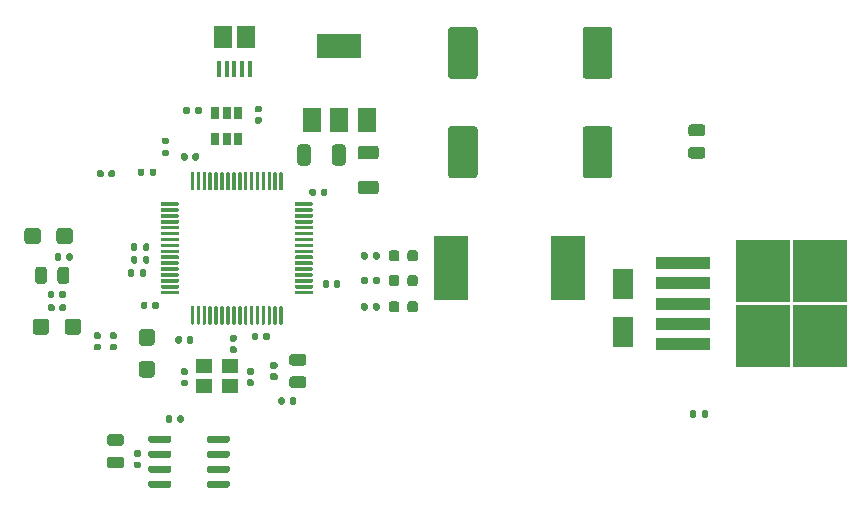
<source format=gbr>
%TF.GenerationSoftware,KiCad,Pcbnew,(5.1.9)-1*%
%TF.CreationDate,2022-08-25T12:46:07+02:00*%
%TF.ProjectId,electric_angle_actuator,656c6563-7472-4696-935f-616e676c655f,rev?*%
%TF.SameCoordinates,Original*%
%TF.FileFunction,Paste,Top*%
%TF.FilePolarity,Positive*%
%FSLAX46Y46*%
G04 Gerber Fmt 4.6, Leading zero omitted, Abs format (unit mm)*
G04 Created by KiCad (PCBNEW (5.1.9)-1) date 2022-08-25 12:46:07*
%MOMM*%
%LPD*%
G01*
G04 APERTURE LIST*
%ADD10R,1.500000X1.900000*%
%ADD11R,0.400000X1.350000*%
%ADD12R,1.500000X2.000000*%
%ADD13R,3.800000X2.000000*%
%ADD14R,4.550000X5.250000*%
%ADD15R,4.600000X1.100000*%
%ADD16R,2.900000X5.400000*%
%ADD17R,1.800000X2.500000*%
%ADD18R,1.400000X1.200000*%
%ADD19R,0.650000X1.060000*%
G04 APERTURE END LIST*
D10*
%TO.C,J1*%
X146643600Y-59976500D03*
D11*
X145643600Y-62676500D03*
X144993600Y-62676500D03*
X144343600Y-62676500D03*
X146943600Y-62676500D03*
X146293600Y-62676500D03*
D10*
X144643600Y-59976500D03*
%TD*%
%TO.C,FB1*%
G36*
G01*
X149143500Y-88075000D02*
X148798500Y-88075000D01*
G75*
G02*
X148651000Y-87927500I0J147500D01*
G01*
X148651000Y-87632500D01*
G75*
G02*
X148798500Y-87485000I147500J0D01*
G01*
X149143500Y-87485000D01*
G75*
G02*
X149291000Y-87632500I0J-147500D01*
G01*
X149291000Y-87927500D01*
G75*
G02*
X149143500Y-88075000I-147500J0D01*
G01*
G37*
G36*
G01*
X149143500Y-89045000D02*
X148798500Y-89045000D01*
G75*
G02*
X148651000Y-88897500I0J147500D01*
G01*
X148651000Y-88602500D01*
G75*
G02*
X148798500Y-88455000I147500J0D01*
G01*
X149143500Y-88455000D01*
G75*
G02*
X149291000Y-88602500I0J-147500D01*
G01*
X149291000Y-88897500D01*
G75*
G02*
X149143500Y-89045000I-147500J0D01*
G01*
G37*
%TD*%
%TO.C,C2*%
G36*
G01*
X185260000Y-68384000D02*
X184310000Y-68384000D01*
G75*
G02*
X184060000Y-68134000I0J250000D01*
G01*
X184060000Y-67634000D01*
G75*
G02*
X184310000Y-67384000I250000J0D01*
G01*
X185260000Y-67384000D01*
G75*
G02*
X185510000Y-67634000I0J-250000D01*
G01*
X185510000Y-68134000D01*
G75*
G02*
X185260000Y-68384000I-250000J0D01*
G01*
G37*
G36*
G01*
X185260000Y-70284000D02*
X184310000Y-70284000D01*
G75*
G02*
X184060000Y-70034000I0J250000D01*
G01*
X184060000Y-69534000D01*
G75*
G02*
X184310000Y-69284000I250000J0D01*
G01*
X185260000Y-69284000D01*
G75*
G02*
X185510000Y-69534000I0J-250000D01*
G01*
X185510000Y-70034000D01*
G75*
G02*
X185260000Y-70284000I-250000J0D01*
G01*
G37*
%TD*%
%TO.C,R2*%
G36*
G01*
X137999500Y-71252500D02*
X137999500Y-71622500D01*
G75*
G02*
X137864500Y-71757500I-135000J0D01*
G01*
X137594500Y-71757500D01*
G75*
G02*
X137459500Y-71622500I0J135000D01*
G01*
X137459500Y-71252500D01*
G75*
G02*
X137594500Y-71117500I135000J0D01*
G01*
X137864500Y-71117500D01*
G75*
G02*
X137999500Y-71252500I0J-135000D01*
G01*
G37*
G36*
G01*
X139019500Y-71252500D02*
X139019500Y-71622500D01*
G75*
G02*
X138884500Y-71757500I-135000J0D01*
G01*
X138614500Y-71757500D01*
G75*
G02*
X138479500Y-71622500I0J135000D01*
G01*
X138479500Y-71252500D01*
G75*
G02*
X138614500Y-71117500I135000J0D01*
G01*
X138884500Y-71117500D01*
G75*
G02*
X139019500Y-71252500I0J-135000D01*
G01*
G37*
%TD*%
%TO.C,R7*%
G36*
G01*
X137131600Y-79774200D02*
X137131600Y-80144200D01*
G75*
G02*
X136996600Y-80279200I-135000J0D01*
G01*
X136726600Y-80279200D01*
G75*
G02*
X136591600Y-80144200I0J135000D01*
G01*
X136591600Y-79774200D01*
G75*
G02*
X136726600Y-79639200I135000J0D01*
G01*
X136996600Y-79639200D01*
G75*
G02*
X137131600Y-79774200I0J-135000D01*
G01*
G37*
G36*
G01*
X138151600Y-79774200D02*
X138151600Y-80144200D01*
G75*
G02*
X138016600Y-80279200I-135000J0D01*
G01*
X137746600Y-80279200D01*
G75*
G02*
X137611600Y-80144200I0J135000D01*
G01*
X137611600Y-79774200D01*
G75*
G02*
X137746600Y-79639200I135000J0D01*
G01*
X138016600Y-79639200D01*
G75*
G02*
X138151600Y-79774200I0J-135000D01*
G01*
G37*
%TD*%
%TO.C,R5*%
G36*
G01*
X137908000Y-79026600D02*
X137908000Y-78656600D01*
G75*
G02*
X138043000Y-78521600I135000J0D01*
G01*
X138313000Y-78521600D01*
G75*
G02*
X138448000Y-78656600I0J-135000D01*
G01*
X138448000Y-79026600D01*
G75*
G02*
X138313000Y-79161600I-135000J0D01*
G01*
X138043000Y-79161600D01*
G75*
G02*
X137908000Y-79026600I0J135000D01*
G01*
G37*
G36*
G01*
X136888000Y-79026600D02*
X136888000Y-78656600D01*
G75*
G02*
X137023000Y-78521600I135000J0D01*
G01*
X137293000Y-78521600D01*
G75*
G02*
X137428000Y-78656600I0J-135000D01*
G01*
X137428000Y-79026600D01*
G75*
G02*
X137293000Y-79161600I-135000J0D01*
G01*
X137023000Y-79161600D01*
G75*
G02*
X136888000Y-79026600I0J135000D01*
G01*
G37*
%TD*%
%TO.C,R4*%
G36*
G01*
X137908000Y-77959800D02*
X137908000Y-77589800D01*
G75*
G02*
X138043000Y-77454800I135000J0D01*
G01*
X138313000Y-77454800D01*
G75*
G02*
X138448000Y-77589800I0J-135000D01*
G01*
X138448000Y-77959800D01*
G75*
G02*
X138313000Y-78094800I-135000J0D01*
G01*
X138043000Y-78094800D01*
G75*
G02*
X137908000Y-77959800I0J135000D01*
G01*
G37*
G36*
G01*
X136888000Y-77959800D02*
X136888000Y-77589800D01*
G75*
G02*
X137023000Y-77454800I135000J0D01*
G01*
X137293000Y-77454800D01*
G75*
G02*
X137428000Y-77589800I0J-135000D01*
G01*
X137428000Y-77959800D01*
G75*
G02*
X137293000Y-78094800I-135000J0D01*
G01*
X137023000Y-78094800D01*
G75*
G02*
X136888000Y-77959800I0J135000D01*
G01*
G37*
%TD*%
%TO.C,R3*%
G36*
G01*
X139616600Y-69531200D02*
X139986600Y-69531200D01*
G75*
G02*
X140121600Y-69666200I0J-135000D01*
G01*
X140121600Y-69936200D01*
G75*
G02*
X139986600Y-70071200I-135000J0D01*
G01*
X139616600Y-70071200D01*
G75*
G02*
X139481600Y-69936200I0J135000D01*
G01*
X139481600Y-69666200D01*
G75*
G02*
X139616600Y-69531200I135000J0D01*
G01*
G37*
G36*
G01*
X139616600Y-68511200D02*
X139986600Y-68511200D01*
G75*
G02*
X140121600Y-68646200I0J-135000D01*
G01*
X140121600Y-68916200D01*
G75*
G02*
X139986600Y-69051200I-135000J0D01*
G01*
X139616600Y-69051200D01*
G75*
G02*
X139481600Y-68916200I0J135000D01*
G01*
X139481600Y-68646200D01*
G75*
G02*
X139616600Y-68511200I135000J0D01*
G01*
G37*
%TD*%
%TO.C,R6*%
G36*
G01*
X142327600Y-66377400D02*
X142327600Y-66007400D01*
G75*
G02*
X142462600Y-65872400I135000J0D01*
G01*
X142732600Y-65872400D01*
G75*
G02*
X142867600Y-66007400I0J-135000D01*
G01*
X142867600Y-66377400D01*
G75*
G02*
X142732600Y-66512400I-135000J0D01*
G01*
X142462600Y-66512400D01*
G75*
G02*
X142327600Y-66377400I0J135000D01*
G01*
G37*
G36*
G01*
X141307600Y-66377400D02*
X141307600Y-66007400D01*
G75*
G02*
X141442600Y-65872400I135000J0D01*
G01*
X141712600Y-65872400D01*
G75*
G02*
X141847600Y-66007400I0J-135000D01*
G01*
X141847600Y-66377400D01*
G75*
G02*
X141712600Y-66512400I-135000J0D01*
G01*
X141442600Y-66512400D01*
G75*
G02*
X141307600Y-66377400I0J135000D01*
G01*
G37*
%TD*%
%TO.C,C5*%
G36*
G01*
X136047500Y-94609500D02*
X135097500Y-94609500D01*
G75*
G02*
X134847500Y-94359500I0J250000D01*
G01*
X134847500Y-93859500D01*
G75*
G02*
X135097500Y-93609500I250000J0D01*
G01*
X136047500Y-93609500D01*
G75*
G02*
X136297500Y-93859500I0J-250000D01*
G01*
X136297500Y-94359500D01*
G75*
G02*
X136047500Y-94609500I-250000J0D01*
G01*
G37*
G36*
G01*
X136047500Y-96509500D02*
X135097500Y-96509500D01*
G75*
G02*
X134847500Y-96259500I0J250000D01*
G01*
X134847500Y-95759500D01*
G75*
G02*
X135097500Y-95509500I250000J0D01*
G01*
X136047500Y-95509500D01*
G75*
G02*
X136297500Y-95759500I0J-250000D01*
G01*
X136297500Y-96259500D01*
G75*
G02*
X136047500Y-96509500I-250000J0D01*
G01*
G37*
%TD*%
%TO.C,C3*%
G36*
G01*
X137244000Y-95930000D02*
X137584000Y-95930000D01*
G75*
G02*
X137724000Y-96070000I0J-140000D01*
G01*
X137724000Y-96350000D01*
G75*
G02*
X137584000Y-96490000I-140000J0D01*
G01*
X137244000Y-96490000D01*
G75*
G02*
X137104000Y-96350000I0J140000D01*
G01*
X137104000Y-96070000D01*
G75*
G02*
X137244000Y-95930000I140000J0D01*
G01*
G37*
G36*
G01*
X137244000Y-94970000D02*
X137584000Y-94970000D01*
G75*
G02*
X137724000Y-95110000I0J-140000D01*
G01*
X137724000Y-95390000D01*
G75*
G02*
X137584000Y-95530000I-140000J0D01*
G01*
X137244000Y-95530000D01*
G75*
G02*
X137104000Y-95390000I0J140000D01*
G01*
X137104000Y-95110000D01*
G75*
G02*
X137244000Y-94970000I140000J0D01*
G01*
G37*
%TD*%
%TO.C,C1*%
G36*
G01*
X140389000Y-92159000D02*
X140389000Y-92499000D01*
G75*
G02*
X140249000Y-92639000I-140000J0D01*
G01*
X139969000Y-92639000D01*
G75*
G02*
X139829000Y-92499000I0J140000D01*
G01*
X139829000Y-92159000D01*
G75*
G02*
X139969000Y-92019000I140000J0D01*
G01*
X140249000Y-92019000D01*
G75*
G02*
X140389000Y-92159000I0J-140000D01*
G01*
G37*
G36*
G01*
X141349000Y-92159000D02*
X141349000Y-92499000D01*
G75*
G02*
X141209000Y-92639000I-140000J0D01*
G01*
X140929000Y-92639000D01*
G75*
G02*
X140789000Y-92499000I0J140000D01*
G01*
X140789000Y-92159000D01*
G75*
G02*
X140929000Y-92019000I140000J0D01*
G01*
X141209000Y-92019000D01*
G75*
G02*
X141349000Y-92159000I0J-140000D01*
G01*
G37*
%TD*%
D12*
%TO.C,U5*%
X152233600Y-67031000D03*
X156833600Y-67031000D03*
X154533600Y-67031000D03*
D13*
X154533600Y-60731000D03*
%TD*%
%TO.C,C17*%
G36*
G01*
X153909600Y-70627001D02*
X153909600Y-69326999D01*
G75*
G02*
X154159599Y-69077000I249999J0D01*
G01*
X154809601Y-69077000D01*
G75*
G02*
X155059600Y-69326999I0J-249999D01*
G01*
X155059600Y-70627001D01*
G75*
G02*
X154809601Y-70877000I-249999J0D01*
G01*
X154159599Y-70877000D01*
G75*
G02*
X153909600Y-70627001I0J249999D01*
G01*
G37*
G36*
G01*
X150959600Y-70627001D02*
X150959600Y-69326999D01*
G75*
G02*
X151209599Y-69077000I249999J0D01*
G01*
X151859601Y-69077000D01*
G75*
G02*
X152109600Y-69326999I0J-249999D01*
G01*
X152109600Y-70627001D01*
G75*
G02*
X151859601Y-70877000I-249999J0D01*
G01*
X151209599Y-70877000D01*
G75*
G02*
X150959600Y-70627001I0J249999D01*
G01*
G37*
%TD*%
%TO.C,C16*%
G36*
G01*
X157622001Y-73297000D02*
X156321999Y-73297000D01*
G75*
G02*
X156072000Y-73047001I0J249999D01*
G01*
X156072000Y-72396999D01*
G75*
G02*
X156321999Y-72147000I249999J0D01*
G01*
X157622001Y-72147000D01*
G75*
G02*
X157872000Y-72396999I0J-249999D01*
G01*
X157872000Y-73047001D01*
G75*
G02*
X157622001Y-73297000I-249999J0D01*
G01*
G37*
G36*
G01*
X157622001Y-70347000D02*
X156321999Y-70347000D01*
G75*
G02*
X156072000Y-70097001I0J249999D01*
G01*
X156072000Y-69446999D01*
G75*
G02*
X156321999Y-69197000I249999J0D01*
G01*
X157622001Y-69197000D01*
G75*
G02*
X157872000Y-69446999I0J-249999D01*
G01*
X157872000Y-70097001D01*
G75*
G02*
X157622001Y-70347000I-249999J0D01*
G01*
G37*
%TD*%
%TO.C,C18*%
G36*
G01*
X147834000Y-66361800D02*
X147494000Y-66361800D01*
G75*
G02*
X147354000Y-66221800I0J140000D01*
G01*
X147354000Y-65941800D01*
G75*
G02*
X147494000Y-65801800I140000J0D01*
G01*
X147834000Y-65801800D01*
G75*
G02*
X147974000Y-65941800I0J-140000D01*
G01*
X147974000Y-66221800D01*
G75*
G02*
X147834000Y-66361800I-140000J0D01*
G01*
G37*
G36*
G01*
X147834000Y-67321800D02*
X147494000Y-67321800D01*
G75*
G02*
X147354000Y-67181800I0J140000D01*
G01*
X147354000Y-66901800D01*
G75*
G02*
X147494000Y-66761800I140000J0D01*
G01*
X147834000Y-66761800D01*
G75*
G02*
X147974000Y-66901800I0J-140000D01*
G01*
X147974000Y-67181800D01*
G75*
G02*
X147834000Y-67321800I-140000J0D01*
G01*
G37*
%TD*%
D14*
%TO.C,U2*%
X190361000Y-85325000D03*
X195211000Y-79775000D03*
X190361000Y-79775000D03*
X195211000Y-85325000D03*
D15*
X183636000Y-85950000D03*
X183636000Y-84250000D03*
X183636000Y-82550000D03*
X183636000Y-80850000D03*
X183636000Y-79150000D03*
%TD*%
D16*
%TO.C,L1*%
X163960000Y-79502000D03*
X173860000Y-79502000D03*
%TD*%
D17*
%TO.C,D1*%
X178562000Y-84931000D03*
X178562000Y-80931000D03*
%TD*%
%TO.C,C13*%
G36*
G01*
X165973000Y-63532000D02*
X163973000Y-63532000D01*
G75*
G02*
X163723000Y-63282000I0J250000D01*
G01*
X163723000Y-59382000D01*
G75*
G02*
X163973000Y-59132000I250000J0D01*
G01*
X165973000Y-59132000D01*
G75*
G02*
X166223000Y-59382000I0J-250000D01*
G01*
X166223000Y-63282000D01*
G75*
G02*
X165973000Y-63532000I-250000J0D01*
G01*
G37*
G36*
G01*
X165973000Y-71932000D02*
X163973000Y-71932000D01*
G75*
G02*
X163723000Y-71682000I0J250000D01*
G01*
X163723000Y-67782000D01*
G75*
G02*
X163973000Y-67532000I250000J0D01*
G01*
X165973000Y-67532000D01*
G75*
G02*
X166223000Y-67782000I0J-250000D01*
G01*
X166223000Y-71682000D01*
G75*
G02*
X165973000Y-71932000I-250000J0D01*
G01*
G37*
%TD*%
%TO.C,C4*%
G36*
G01*
X177390000Y-63532000D02*
X175390000Y-63532000D01*
G75*
G02*
X175140000Y-63282000I0J250000D01*
G01*
X175140000Y-59382000D01*
G75*
G02*
X175390000Y-59132000I250000J0D01*
G01*
X177390000Y-59132000D01*
G75*
G02*
X177640000Y-59382000I0J-250000D01*
G01*
X177640000Y-63282000D01*
G75*
G02*
X177390000Y-63532000I-250000J0D01*
G01*
G37*
G36*
G01*
X177390000Y-71932000D02*
X175390000Y-71932000D01*
G75*
G02*
X175140000Y-71682000I0J250000D01*
G01*
X175140000Y-67782000D01*
G75*
G02*
X175390000Y-67532000I250000J0D01*
G01*
X177390000Y-67532000D01*
G75*
G02*
X177640000Y-67782000I0J-250000D01*
G01*
X177640000Y-71682000D01*
G75*
G02*
X177390000Y-71932000I-250000J0D01*
G01*
G37*
%TD*%
%TO.C,R1*%
G36*
G01*
X184735500Y-91699500D02*
X184735500Y-92069500D01*
G75*
G02*
X184600500Y-92204500I-135000J0D01*
G01*
X184330500Y-92204500D01*
G75*
G02*
X184195500Y-92069500I0J135000D01*
G01*
X184195500Y-91699500D01*
G75*
G02*
X184330500Y-91564500I135000J0D01*
G01*
X184600500Y-91564500D01*
G75*
G02*
X184735500Y-91699500I0J-135000D01*
G01*
G37*
G36*
G01*
X185755500Y-91699500D02*
X185755500Y-92069500D01*
G75*
G02*
X185620500Y-92204500I-135000J0D01*
G01*
X185350500Y-92204500D01*
G75*
G02*
X185215500Y-92069500I0J135000D01*
G01*
X185215500Y-91699500D01*
G75*
G02*
X185350500Y-91564500I135000J0D01*
G01*
X185620500Y-91564500D01*
G75*
G02*
X185755500Y-91699500I0J-135000D01*
G01*
G37*
%TD*%
%TO.C,C23*%
G36*
G01*
X146819800Y-88970400D02*
X147159800Y-88970400D01*
G75*
G02*
X147299800Y-89110400I0J-140000D01*
G01*
X147299800Y-89390400D01*
G75*
G02*
X147159800Y-89530400I-140000J0D01*
G01*
X146819800Y-89530400D01*
G75*
G02*
X146679800Y-89390400I0J140000D01*
G01*
X146679800Y-89110400D01*
G75*
G02*
X146819800Y-88970400I140000J0D01*
G01*
G37*
G36*
G01*
X146819800Y-88010400D02*
X147159800Y-88010400D01*
G75*
G02*
X147299800Y-88150400I0J-140000D01*
G01*
X147299800Y-88430400D01*
G75*
G02*
X147159800Y-88570400I-140000J0D01*
G01*
X146819800Y-88570400D01*
G75*
G02*
X146679800Y-88430400I0J140000D01*
G01*
X146679800Y-88150400D01*
G75*
G02*
X146819800Y-88010400I140000J0D01*
G01*
G37*
%TD*%
%TO.C,C21*%
G36*
G01*
X141571800Y-88598400D02*
X141231800Y-88598400D01*
G75*
G02*
X141091800Y-88458400I0J140000D01*
G01*
X141091800Y-88178400D01*
G75*
G02*
X141231800Y-88038400I140000J0D01*
G01*
X141571800Y-88038400D01*
G75*
G02*
X141711800Y-88178400I0J-140000D01*
G01*
X141711800Y-88458400D01*
G75*
G02*
X141571800Y-88598400I-140000J0D01*
G01*
G37*
G36*
G01*
X141571800Y-89558400D02*
X141231800Y-89558400D01*
G75*
G02*
X141091800Y-89418400I0J140000D01*
G01*
X141091800Y-89138400D01*
G75*
G02*
X141231800Y-88998400I140000J0D01*
G01*
X141571800Y-88998400D01*
G75*
G02*
X141711800Y-89138400I0J-140000D01*
G01*
X141711800Y-89418400D01*
G75*
G02*
X141571800Y-89558400I-140000J0D01*
G01*
G37*
%TD*%
%TO.C,C30*%
G36*
G01*
X149914000Y-90635000D02*
X149914000Y-90975000D01*
G75*
G02*
X149774000Y-91115000I-140000J0D01*
G01*
X149494000Y-91115000D01*
G75*
G02*
X149354000Y-90975000I0J140000D01*
G01*
X149354000Y-90635000D01*
G75*
G02*
X149494000Y-90495000I140000J0D01*
G01*
X149774000Y-90495000D01*
G75*
G02*
X149914000Y-90635000I0J-140000D01*
G01*
G37*
G36*
G01*
X150874000Y-90635000D02*
X150874000Y-90975000D01*
G75*
G02*
X150734000Y-91115000I-140000J0D01*
G01*
X150454000Y-91115000D01*
G75*
G02*
X150314000Y-90975000I0J140000D01*
G01*
X150314000Y-90635000D01*
G75*
G02*
X150454000Y-90495000I140000J0D01*
G01*
X150734000Y-90495000D01*
G75*
G02*
X150874000Y-90635000I0J-140000D01*
G01*
G37*
%TD*%
%TO.C,C29*%
G36*
G01*
X148056000Y-85514000D02*
X148056000Y-85174000D01*
G75*
G02*
X148196000Y-85034000I140000J0D01*
G01*
X148476000Y-85034000D01*
G75*
G02*
X148616000Y-85174000I0J-140000D01*
G01*
X148616000Y-85514000D01*
G75*
G02*
X148476000Y-85654000I-140000J0D01*
G01*
X148196000Y-85654000D01*
G75*
G02*
X148056000Y-85514000I0J140000D01*
G01*
G37*
G36*
G01*
X147096000Y-85514000D02*
X147096000Y-85174000D01*
G75*
G02*
X147236000Y-85034000I140000J0D01*
G01*
X147516000Y-85034000D01*
G75*
G02*
X147656000Y-85174000I0J-140000D01*
G01*
X147656000Y-85514000D01*
G75*
G02*
X147516000Y-85654000I-140000J0D01*
G01*
X147236000Y-85654000D01*
G75*
G02*
X147096000Y-85514000I0J140000D01*
G01*
G37*
%TD*%
%TO.C,C27*%
G36*
G01*
X141601800Y-85793400D02*
X141601800Y-85453400D01*
G75*
G02*
X141741800Y-85313400I140000J0D01*
G01*
X142021800Y-85313400D01*
G75*
G02*
X142161800Y-85453400I0J-140000D01*
G01*
X142161800Y-85793400D01*
G75*
G02*
X142021800Y-85933400I-140000J0D01*
G01*
X141741800Y-85933400D01*
G75*
G02*
X141601800Y-85793400I0J140000D01*
G01*
G37*
G36*
G01*
X140641800Y-85793400D02*
X140641800Y-85453400D01*
G75*
G02*
X140781800Y-85313400I140000J0D01*
G01*
X141061800Y-85313400D01*
G75*
G02*
X141201800Y-85453400I0J-140000D01*
G01*
X141201800Y-85793400D01*
G75*
G02*
X141061800Y-85933400I-140000J0D01*
G01*
X140781800Y-85933400D01*
G75*
G02*
X140641800Y-85793400I0J140000D01*
G01*
G37*
%TD*%
%TO.C,C26*%
G36*
G01*
X153660500Y-80729000D02*
X153660500Y-81069000D01*
G75*
G02*
X153520500Y-81209000I-140000J0D01*
G01*
X153240500Y-81209000D01*
G75*
G02*
X153100500Y-81069000I0J140000D01*
G01*
X153100500Y-80729000D01*
G75*
G02*
X153240500Y-80589000I140000J0D01*
G01*
X153520500Y-80589000D01*
G75*
G02*
X153660500Y-80729000I0J-140000D01*
G01*
G37*
G36*
G01*
X154620500Y-80729000D02*
X154620500Y-81069000D01*
G75*
G02*
X154480500Y-81209000I-140000J0D01*
G01*
X154200500Y-81209000D01*
G75*
G02*
X154060500Y-81069000I0J140000D01*
G01*
X154060500Y-80729000D01*
G75*
G02*
X154200500Y-80589000I140000J0D01*
G01*
X154480500Y-80589000D01*
G75*
G02*
X154620500Y-80729000I0J-140000D01*
G01*
G37*
%TD*%
%TO.C,C25*%
G36*
G01*
X145712000Y-85779000D02*
X145372000Y-85779000D01*
G75*
G02*
X145232000Y-85639000I0J140000D01*
G01*
X145232000Y-85359000D01*
G75*
G02*
X145372000Y-85219000I140000J0D01*
G01*
X145712000Y-85219000D01*
G75*
G02*
X145852000Y-85359000I0J-140000D01*
G01*
X145852000Y-85639000D01*
G75*
G02*
X145712000Y-85779000I-140000J0D01*
G01*
G37*
G36*
G01*
X145712000Y-86739000D02*
X145372000Y-86739000D01*
G75*
G02*
X145232000Y-86599000I0J140000D01*
G01*
X145232000Y-86319000D01*
G75*
G02*
X145372000Y-86179000I140000J0D01*
G01*
X145712000Y-86179000D01*
G75*
G02*
X145852000Y-86319000I0J-140000D01*
G01*
X145852000Y-86599000D01*
G75*
G02*
X145712000Y-86739000I-140000J0D01*
G01*
G37*
%TD*%
%TO.C,C24*%
G36*
G01*
X152555600Y-72956600D02*
X152555600Y-73296600D01*
G75*
G02*
X152415600Y-73436600I-140000J0D01*
G01*
X152135600Y-73436600D01*
G75*
G02*
X151995600Y-73296600I0J140000D01*
G01*
X151995600Y-72956600D01*
G75*
G02*
X152135600Y-72816600I140000J0D01*
G01*
X152415600Y-72816600D01*
G75*
G02*
X152555600Y-72956600I0J-140000D01*
G01*
G37*
G36*
G01*
X153515600Y-72956600D02*
X153515600Y-73296600D01*
G75*
G02*
X153375600Y-73436600I-140000J0D01*
G01*
X153095600Y-73436600D01*
G75*
G02*
X152955600Y-73296600I0J140000D01*
G01*
X152955600Y-72956600D01*
G75*
G02*
X153095600Y-72816600I140000J0D01*
G01*
X153375600Y-72816600D01*
G75*
G02*
X153515600Y-72956600I0J-140000D01*
G01*
G37*
%TD*%
%TO.C,C22*%
G36*
G01*
X141681800Y-69959400D02*
X141681800Y-70299400D01*
G75*
G02*
X141541800Y-70439400I-140000J0D01*
G01*
X141261800Y-70439400D01*
G75*
G02*
X141121800Y-70299400I0J140000D01*
G01*
X141121800Y-69959400D01*
G75*
G02*
X141261800Y-69819400I140000J0D01*
G01*
X141541800Y-69819400D01*
G75*
G02*
X141681800Y-69959400I0J-140000D01*
G01*
G37*
G36*
G01*
X142641800Y-69959400D02*
X142641800Y-70299400D01*
G75*
G02*
X142501800Y-70439400I-140000J0D01*
G01*
X142221800Y-70439400D01*
G75*
G02*
X142081800Y-70299400I0J140000D01*
G01*
X142081800Y-69959400D01*
G75*
G02*
X142221800Y-69819400I140000J0D01*
G01*
X142501800Y-69819400D01*
G75*
G02*
X142641800Y-69959400I0J-140000D01*
G01*
G37*
%TD*%
%TO.C,C20*%
G36*
G01*
X138680800Y-82872400D02*
X138680800Y-82532400D01*
G75*
G02*
X138820800Y-82392400I140000J0D01*
G01*
X139100800Y-82392400D01*
G75*
G02*
X139240800Y-82532400I0J-140000D01*
G01*
X139240800Y-82872400D01*
G75*
G02*
X139100800Y-83012400I-140000J0D01*
G01*
X138820800Y-83012400D01*
G75*
G02*
X138680800Y-82872400I0J140000D01*
G01*
G37*
G36*
G01*
X137720800Y-82872400D02*
X137720800Y-82532400D01*
G75*
G02*
X137860800Y-82392400I140000J0D01*
G01*
X138140800Y-82392400D01*
G75*
G02*
X138280800Y-82532400I0J-140000D01*
G01*
X138280800Y-82872400D01*
G75*
G02*
X138140800Y-83012400I-140000J0D01*
G01*
X137860800Y-83012400D01*
G75*
G02*
X137720800Y-82872400I0J140000D01*
G01*
G37*
%TD*%
%TO.C,C14*%
G36*
G01*
X130820000Y-83080000D02*
X130820000Y-82740000D01*
G75*
G02*
X130960000Y-82600000I140000J0D01*
G01*
X131240000Y-82600000D01*
G75*
G02*
X131380000Y-82740000I0J-140000D01*
G01*
X131380000Y-83080000D01*
G75*
G02*
X131240000Y-83220000I-140000J0D01*
G01*
X130960000Y-83220000D01*
G75*
G02*
X130820000Y-83080000I0J140000D01*
G01*
G37*
G36*
G01*
X129860000Y-83080000D02*
X129860000Y-82740000D01*
G75*
G02*
X130000000Y-82600000I140000J0D01*
G01*
X130280000Y-82600000D01*
G75*
G02*
X130420000Y-82740000I0J-140000D01*
G01*
X130420000Y-83080000D01*
G75*
G02*
X130280000Y-83220000I-140000J0D01*
G01*
X130000000Y-83220000D01*
G75*
G02*
X129860000Y-83080000I0J140000D01*
G01*
G37*
%TD*%
%TO.C,C12*%
G36*
G01*
X134570000Y-71390000D02*
X134570000Y-71730000D01*
G75*
G02*
X134430000Y-71870000I-140000J0D01*
G01*
X134150000Y-71870000D01*
G75*
G02*
X134010000Y-71730000I0J140000D01*
G01*
X134010000Y-71390000D01*
G75*
G02*
X134150000Y-71250000I140000J0D01*
G01*
X134430000Y-71250000D01*
G75*
G02*
X134570000Y-71390000I0J-140000D01*
G01*
G37*
G36*
G01*
X135530000Y-71390000D02*
X135530000Y-71730000D01*
G75*
G02*
X135390000Y-71870000I-140000J0D01*
G01*
X135110000Y-71870000D01*
G75*
G02*
X134970000Y-71730000I0J140000D01*
G01*
X134970000Y-71390000D01*
G75*
G02*
X135110000Y-71250000I140000J0D01*
G01*
X135390000Y-71250000D01*
G75*
G02*
X135530000Y-71390000I0J-140000D01*
G01*
G37*
%TD*%
%TO.C,C9*%
G36*
G01*
X133870000Y-85960000D02*
X134210000Y-85960000D01*
G75*
G02*
X134350000Y-86100000I0J-140000D01*
G01*
X134350000Y-86380000D01*
G75*
G02*
X134210000Y-86520000I-140000J0D01*
G01*
X133870000Y-86520000D01*
G75*
G02*
X133730000Y-86380000I0J140000D01*
G01*
X133730000Y-86100000D01*
G75*
G02*
X133870000Y-85960000I140000J0D01*
G01*
G37*
G36*
G01*
X133870000Y-85000000D02*
X134210000Y-85000000D01*
G75*
G02*
X134350000Y-85140000I0J-140000D01*
G01*
X134350000Y-85420000D01*
G75*
G02*
X134210000Y-85560000I-140000J0D01*
G01*
X133870000Y-85560000D01*
G75*
G02*
X133730000Y-85420000I0J140000D01*
G01*
X133730000Y-85140000D01*
G75*
G02*
X133870000Y-85000000I140000J0D01*
G01*
G37*
%TD*%
%TO.C,C8*%
G36*
G01*
X130790000Y-81960000D02*
X130790000Y-81620000D01*
G75*
G02*
X130930000Y-81480000I140000J0D01*
G01*
X131210000Y-81480000D01*
G75*
G02*
X131350000Y-81620000I0J-140000D01*
G01*
X131350000Y-81960000D01*
G75*
G02*
X131210000Y-82100000I-140000J0D01*
G01*
X130930000Y-82100000D01*
G75*
G02*
X130790000Y-81960000I0J140000D01*
G01*
G37*
G36*
G01*
X129830000Y-81960000D02*
X129830000Y-81620000D01*
G75*
G02*
X129970000Y-81480000I140000J0D01*
G01*
X130250000Y-81480000D01*
G75*
G02*
X130390000Y-81620000I0J-140000D01*
G01*
X130390000Y-81960000D01*
G75*
G02*
X130250000Y-82100000I-140000J0D01*
G01*
X129970000Y-82100000D01*
G75*
G02*
X129830000Y-81960000I0J140000D01*
G01*
G37*
%TD*%
%TO.C,C7*%
G36*
G01*
X131388400Y-78776600D02*
X131388400Y-78436600D01*
G75*
G02*
X131528400Y-78296600I140000J0D01*
G01*
X131808400Y-78296600D01*
G75*
G02*
X131948400Y-78436600I0J-140000D01*
G01*
X131948400Y-78776600D01*
G75*
G02*
X131808400Y-78916600I-140000J0D01*
G01*
X131528400Y-78916600D01*
G75*
G02*
X131388400Y-78776600I0J140000D01*
G01*
G37*
G36*
G01*
X130428400Y-78776600D02*
X130428400Y-78436600D01*
G75*
G02*
X130568400Y-78296600I140000J0D01*
G01*
X130848400Y-78296600D01*
G75*
G02*
X130988400Y-78436600I0J-140000D01*
G01*
X130988400Y-78776600D01*
G75*
G02*
X130848400Y-78916600I-140000J0D01*
G01*
X130568400Y-78916600D01*
G75*
G02*
X130428400Y-78776600I0J140000D01*
G01*
G37*
%TD*%
%TO.C,C6*%
G36*
G01*
X135210000Y-85960000D02*
X135550000Y-85960000D01*
G75*
G02*
X135690000Y-86100000I0J-140000D01*
G01*
X135690000Y-86380000D01*
G75*
G02*
X135550000Y-86520000I-140000J0D01*
G01*
X135210000Y-86520000D01*
G75*
G02*
X135070000Y-86380000I0J140000D01*
G01*
X135070000Y-86100000D01*
G75*
G02*
X135210000Y-85960000I140000J0D01*
G01*
G37*
G36*
G01*
X135210000Y-85000000D02*
X135550000Y-85000000D01*
G75*
G02*
X135690000Y-85140000I0J-140000D01*
G01*
X135690000Y-85420000D01*
G75*
G02*
X135550000Y-85560000I-140000J0D01*
G01*
X135210000Y-85560000D01*
G75*
G02*
X135070000Y-85420000I0J140000D01*
G01*
X135070000Y-85140000D01*
G75*
G02*
X135210000Y-85000000I140000J0D01*
G01*
G37*
%TD*%
D18*
%TO.C,Y1*%
X143052800Y-87860400D03*
X145252800Y-87860400D03*
X145252800Y-89560400D03*
X143052800Y-89560400D03*
%TD*%
D19*
%TO.C,U4*%
X144983200Y-66438600D03*
X144033200Y-66438600D03*
X145933200Y-66438600D03*
X145933200Y-68638600D03*
X144983200Y-68638600D03*
X144033200Y-68638600D03*
%TD*%
%TO.C,U1*%
G36*
G01*
X143308200Y-94180800D02*
X143308200Y-93880800D01*
G75*
G02*
X143458200Y-93730800I150000J0D01*
G01*
X145108200Y-93730800D01*
G75*
G02*
X145258200Y-93880800I0J-150000D01*
G01*
X145258200Y-94180800D01*
G75*
G02*
X145108200Y-94330800I-150000J0D01*
G01*
X143458200Y-94330800D01*
G75*
G02*
X143308200Y-94180800I0J150000D01*
G01*
G37*
G36*
G01*
X143308200Y-95450800D02*
X143308200Y-95150800D01*
G75*
G02*
X143458200Y-95000800I150000J0D01*
G01*
X145108200Y-95000800D01*
G75*
G02*
X145258200Y-95150800I0J-150000D01*
G01*
X145258200Y-95450800D01*
G75*
G02*
X145108200Y-95600800I-150000J0D01*
G01*
X143458200Y-95600800D01*
G75*
G02*
X143308200Y-95450800I0J150000D01*
G01*
G37*
G36*
G01*
X143308200Y-96720800D02*
X143308200Y-96420800D01*
G75*
G02*
X143458200Y-96270800I150000J0D01*
G01*
X145108200Y-96270800D01*
G75*
G02*
X145258200Y-96420800I0J-150000D01*
G01*
X145258200Y-96720800D01*
G75*
G02*
X145108200Y-96870800I-150000J0D01*
G01*
X143458200Y-96870800D01*
G75*
G02*
X143308200Y-96720800I0J150000D01*
G01*
G37*
G36*
G01*
X143308200Y-97990800D02*
X143308200Y-97690800D01*
G75*
G02*
X143458200Y-97540800I150000J0D01*
G01*
X145108200Y-97540800D01*
G75*
G02*
X145258200Y-97690800I0J-150000D01*
G01*
X145258200Y-97990800D01*
G75*
G02*
X145108200Y-98140800I-150000J0D01*
G01*
X143458200Y-98140800D01*
G75*
G02*
X143308200Y-97990800I0J150000D01*
G01*
G37*
G36*
G01*
X138358200Y-97990800D02*
X138358200Y-97690800D01*
G75*
G02*
X138508200Y-97540800I150000J0D01*
G01*
X140158200Y-97540800D01*
G75*
G02*
X140308200Y-97690800I0J-150000D01*
G01*
X140308200Y-97990800D01*
G75*
G02*
X140158200Y-98140800I-150000J0D01*
G01*
X138508200Y-98140800D01*
G75*
G02*
X138358200Y-97990800I0J150000D01*
G01*
G37*
G36*
G01*
X138358200Y-96720800D02*
X138358200Y-96420800D01*
G75*
G02*
X138508200Y-96270800I150000J0D01*
G01*
X140158200Y-96270800D01*
G75*
G02*
X140308200Y-96420800I0J-150000D01*
G01*
X140308200Y-96720800D01*
G75*
G02*
X140158200Y-96870800I-150000J0D01*
G01*
X138508200Y-96870800D01*
G75*
G02*
X138358200Y-96720800I0J150000D01*
G01*
G37*
G36*
G01*
X138358200Y-95450800D02*
X138358200Y-95150800D01*
G75*
G02*
X138508200Y-95000800I150000J0D01*
G01*
X140158200Y-95000800D01*
G75*
G02*
X140308200Y-95150800I0J-150000D01*
G01*
X140308200Y-95450800D01*
G75*
G02*
X140158200Y-95600800I-150000J0D01*
G01*
X138508200Y-95600800D01*
G75*
G02*
X138358200Y-95450800I0J150000D01*
G01*
G37*
G36*
G01*
X138358200Y-94180800D02*
X138358200Y-93880800D01*
G75*
G02*
X138508200Y-93730800I150000J0D01*
G01*
X140158200Y-93730800D01*
G75*
G02*
X140308200Y-93880800I0J-150000D01*
G01*
X140308200Y-94180800D01*
G75*
G02*
X140158200Y-94330800I-150000J0D01*
G01*
X138508200Y-94330800D01*
G75*
G02*
X138358200Y-94180800I0J150000D01*
G01*
G37*
%TD*%
%TO.C,U6*%
G36*
G01*
X140871800Y-81776400D02*
X139471800Y-81776400D01*
G75*
G02*
X139396800Y-81701400I0J75000D01*
G01*
X139396800Y-81551400D01*
G75*
G02*
X139471800Y-81476400I75000J0D01*
G01*
X140871800Y-81476400D01*
G75*
G02*
X140946800Y-81551400I0J-75000D01*
G01*
X140946800Y-81701400D01*
G75*
G02*
X140871800Y-81776400I-75000J0D01*
G01*
G37*
G36*
G01*
X140871800Y-81276400D02*
X139471800Y-81276400D01*
G75*
G02*
X139396800Y-81201400I0J75000D01*
G01*
X139396800Y-81051400D01*
G75*
G02*
X139471800Y-80976400I75000J0D01*
G01*
X140871800Y-80976400D01*
G75*
G02*
X140946800Y-81051400I0J-75000D01*
G01*
X140946800Y-81201400D01*
G75*
G02*
X140871800Y-81276400I-75000J0D01*
G01*
G37*
G36*
G01*
X140871800Y-80776400D02*
X139471800Y-80776400D01*
G75*
G02*
X139396800Y-80701400I0J75000D01*
G01*
X139396800Y-80551400D01*
G75*
G02*
X139471800Y-80476400I75000J0D01*
G01*
X140871800Y-80476400D01*
G75*
G02*
X140946800Y-80551400I0J-75000D01*
G01*
X140946800Y-80701400D01*
G75*
G02*
X140871800Y-80776400I-75000J0D01*
G01*
G37*
G36*
G01*
X140871800Y-80276400D02*
X139471800Y-80276400D01*
G75*
G02*
X139396800Y-80201400I0J75000D01*
G01*
X139396800Y-80051400D01*
G75*
G02*
X139471800Y-79976400I75000J0D01*
G01*
X140871800Y-79976400D01*
G75*
G02*
X140946800Y-80051400I0J-75000D01*
G01*
X140946800Y-80201400D01*
G75*
G02*
X140871800Y-80276400I-75000J0D01*
G01*
G37*
G36*
G01*
X140871800Y-79776400D02*
X139471800Y-79776400D01*
G75*
G02*
X139396800Y-79701400I0J75000D01*
G01*
X139396800Y-79551400D01*
G75*
G02*
X139471800Y-79476400I75000J0D01*
G01*
X140871800Y-79476400D01*
G75*
G02*
X140946800Y-79551400I0J-75000D01*
G01*
X140946800Y-79701400D01*
G75*
G02*
X140871800Y-79776400I-75000J0D01*
G01*
G37*
G36*
G01*
X140871800Y-79276400D02*
X139471800Y-79276400D01*
G75*
G02*
X139396800Y-79201400I0J75000D01*
G01*
X139396800Y-79051400D01*
G75*
G02*
X139471800Y-78976400I75000J0D01*
G01*
X140871800Y-78976400D01*
G75*
G02*
X140946800Y-79051400I0J-75000D01*
G01*
X140946800Y-79201400D01*
G75*
G02*
X140871800Y-79276400I-75000J0D01*
G01*
G37*
G36*
G01*
X140871800Y-78776400D02*
X139471800Y-78776400D01*
G75*
G02*
X139396800Y-78701400I0J75000D01*
G01*
X139396800Y-78551400D01*
G75*
G02*
X139471800Y-78476400I75000J0D01*
G01*
X140871800Y-78476400D01*
G75*
G02*
X140946800Y-78551400I0J-75000D01*
G01*
X140946800Y-78701400D01*
G75*
G02*
X140871800Y-78776400I-75000J0D01*
G01*
G37*
G36*
G01*
X140871800Y-78276400D02*
X139471800Y-78276400D01*
G75*
G02*
X139396800Y-78201400I0J75000D01*
G01*
X139396800Y-78051400D01*
G75*
G02*
X139471800Y-77976400I75000J0D01*
G01*
X140871800Y-77976400D01*
G75*
G02*
X140946800Y-78051400I0J-75000D01*
G01*
X140946800Y-78201400D01*
G75*
G02*
X140871800Y-78276400I-75000J0D01*
G01*
G37*
G36*
G01*
X140871800Y-77776400D02*
X139471800Y-77776400D01*
G75*
G02*
X139396800Y-77701400I0J75000D01*
G01*
X139396800Y-77551400D01*
G75*
G02*
X139471800Y-77476400I75000J0D01*
G01*
X140871800Y-77476400D01*
G75*
G02*
X140946800Y-77551400I0J-75000D01*
G01*
X140946800Y-77701400D01*
G75*
G02*
X140871800Y-77776400I-75000J0D01*
G01*
G37*
G36*
G01*
X140871800Y-77276400D02*
X139471800Y-77276400D01*
G75*
G02*
X139396800Y-77201400I0J75000D01*
G01*
X139396800Y-77051400D01*
G75*
G02*
X139471800Y-76976400I75000J0D01*
G01*
X140871800Y-76976400D01*
G75*
G02*
X140946800Y-77051400I0J-75000D01*
G01*
X140946800Y-77201400D01*
G75*
G02*
X140871800Y-77276400I-75000J0D01*
G01*
G37*
G36*
G01*
X140871800Y-76776400D02*
X139471800Y-76776400D01*
G75*
G02*
X139396800Y-76701400I0J75000D01*
G01*
X139396800Y-76551400D01*
G75*
G02*
X139471800Y-76476400I75000J0D01*
G01*
X140871800Y-76476400D01*
G75*
G02*
X140946800Y-76551400I0J-75000D01*
G01*
X140946800Y-76701400D01*
G75*
G02*
X140871800Y-76776400I-75000J0D01*
G01*
G37*
G36*
G01*
X140871800Y-76276400D02*
X139471800Y-76276400D01*
G75*
G02*
X139396800Y-76201400I0J75000D01*
G01*
X139396800Y-76051400D01*
G75*
G02*
X139471800Y-75976400I75000J0D01*
G01*
X140871800Y-75976400D01*
G75*
G02*
X140946800Y-76051400I0J-75000D01*
G01*
X140946800Y-76201400D01*
G75*
G02*
X140871800Y-76276400I-75000J0D01*
G01*
G37*
G36*
G01*
X140871800Y-75776400D02*
X139471800Y-75776400D01*
G75*
G02*
X139396800Y-75701400I0J75000D01*
G01*
X139396800Y-75551400D01*
G75*
G02*
X139471800Y-75476400I75000J0D01*
G01*
X140871800Y-75476400D01*
G75*
G02*
X140946800Y-75551400I0J-75000D01*
G01*
X140946800Y-75701400D01*
G75*
G02*
X140871800Y-75776400I-75000J0D01*
G01*
G37*
G36*
G01*
X140871800Y-75276400D02*
X139471800Y-75276400D01*
G75*
G02*
X139396800Y-75201400I0J75000D01*
G01*
X139396800Y-75051400D01*
G75*
G02*
X139471800Y-74976400I75000J0D01*
G01*
X140871800Y-74976400D01*
G75*
G02*
X140946800Y-75051400I0J-75000D01*
G01*
X140946800Y-75201400D01*
G75*
G02*
X140871800Y-75276400I-75000J0D01*
G01*
G37*
G36*
G01*
X140871800Y-74776400D02*
X139471800Y-74776400D01*
G75*
G02*
X139396800Y-74701400I0J75000D01*
G01*
X139396800Y-74551400D01*
G75*
G02*
X139471800Y-74476400I75000J0D01*
G01*
X140871800Y-74476400D01*
G75*
G02*
X140946800Y-74551400I0J-75000D01*
G01*
X140946800Y-74701400D01*
G75*
G02*
X140871800Y-74776400I-75000J0D01*
G01*
G37*
G36*
G01*
X140871800Y-74276400D02*
X139471800Y-74276400D01*
G75*
G02*
X139396800Y-74201400I0J75000D01*
G01*
X139396800Y-74051400D01*
G75*
G02*
X139471800Y-73976400I75000J0D01*
G01*
X140871800Y-73976400D01*
G75*
G02*
X140946800Y-74051400I0J-75000D01*
G01*
X140946800Y-74201400D01*
G75*
G02*
X140871800Y-74276400I-75000J0D01*
G01*
G37*
G36*
G01*
X142171800Y-72976400D02*
X142021800Y-72976400D01*
G75*
G02*
X141946800Y-72901400I0J75000D01*
G01*
X141946800Y-71501400D01*
G75*
G02*
X142021800Y-71426400I75000J0D01*
G01*
X142171800Y-71426400D01*
G75*
G02*
X142246800Y-71501400I0J-75000D01*
G01*
X142246800Y-72901400D01*
G75*
G02*
X142171800Y-72976400I-75000J0D01*
G01*
G37*
G36*
G01*
X142671800Y-72976400D02*
X142521800Y-72976400D01*
G75*
G02*
X142446800Y-72901400I0J75000D01*
G01*
X142446800Y-71501400D01*
G75*
G02*
X142521800Y-71426400I75000J0D01*
G01*
X142671800Y-71426400D01*
G75*
G02*
X142746800Y-71501400I0J-75000D01*
G01*
X142746800Y-72901400D01*
G75*
G02*
X142671800Y-72976400I-75000J0D01*
G01*
G37*
G36*
G01*
X143171800Y-72976400D02*
X143021800Y-72976400D01*
G75*
G02*
X142946800Y-72901400I0J75000D01*
G01*
X142946800Y-71501400D01*
G75*
G02*
X143021800Y-71426400I75000J0D01*
G01*
X143171800Y-71426400D01*
G75*
G02*
X143246800Y-71501400I0J-75000D01*
G01*
X143246800Y-72901400D01*
G75*
G02*
X143171800Y-72976400I-75000J0D01*
G01*
G37*
G36*
G01*
X143671800Y-72976400D02*
X143521800Y-72976400D01*
G75*
G02*
X143446800Y-72901400I0J75000D01*
G01*
X143446800Y-71501400D01*
G75*
G02*
X143521800Y-71426400I75000J0D01*
G01*
X143671800Y-71426400D01*
G75*
G02*
X143746800Y-71501400I0J-75000D01*
G01*
X143746800Y-72901400D01*
G75*
G02*
X143671800Y-72976400I-75000J0D01*
G01*
G37*
G36*
G01*
X144171800Y-72976400D02*
X144021800Y-72976400D01*
G75*
G02*
X143946800Y-72901400I0J75000D01*
G01*
X143946800Y-71501400D01*
G75*
G02*
X144021800Y-71426400I75000J0D01*
G01*
X144171800Y-71426400D01*
G75*
G02*
X144246800Y-71501400I0J-75000D01*
G01*
X144246800Y-72901400D01*
G75*
G02*
X144171800Y-72976400I-75000J0D01*
G01*
G37*
G36*
G01*
X144671800Y-72976400D02*
X144521800Y-72976400D01*
G75*
G02*
X144446800Y-72901400I0J75000D01*
G01*
X144446800Y-71501400D01*
G75*
G02*
X144521800Y-71426400I75000J0D01*
G01*
X144671800Y-71426400D01*
G75*
G02*
X144746800Y-71501400I0J-75000D01*
G01*
X144746800Y-72901400D01*
G75*
G02*
X144671800Y-72976400I-75000J0D01*
G01*
G37*
G36*
G01*
X145171800Y-72976400D02*
X145021800Y-72976400D01*
G75*
G02*
X144946800Y-72901400I0J75000D01*
G01*
X144946800Y-71501400D01*
G75*
G02*
X145021800Y-71426400I75000J0D01*
G01*
X145171800Y-71426400D01*
G75*
G02*
X145246800Y-71501400I0J-75000D01*
G01*
X145246800Y-72901400D01*
G75*
G02*
X145171800Y-72976400I-75000J0D01*
G01*
G37*
G36*
G01*
X145671800Y-72976400D02*
X145521800Y-72976400D01*
G75*
G02*
X145446800Y-72901400I0J75000D01*
G01*
X145446800Y-71501400D01*
G75*
G02*
X145521800Y-71426400I75000J0D01*
G01*
X145671800Y-71426400D01*
G75*
G02*
X145746800Y-71501400I0J-75000D01*
G01*
X145746800Y-72901400D01*
G75*
G02*
X145671800Y-72976400I-75000J0D01*
G01*
G37*
G36*
G01*
X146171800Y-72976400D02*
X146021800Y-72976400D01*
G75*
G02*
X145946800Y-72901400I0J75000D01*
G01*
X145946800Y-71501400D01*
G75*
G02*
X146021800Y-71426400I75000J0D01*
G01*
X146171800Y-71426400D01*
G75*
G02*
X146246800Y-71501400I0J-75000D01*
G01*
X146246800Y-72901400D01*
G75*
G02*
X146171800Y-72976400I-75000J0D01*
G01*
G37*
G36*
G01*
X146671800Y-72976400D02*
X146521800Y-72976400D01*
G75*
G02*
X146446800Y-72901400I0J75000D01*
G01*
X146446800Y-71501400D01*
G75*
G02*
X146521800Y-71426400I75000J0D01*
G01*
X146671800Y-71426400D01*
G75*
G02*
X146746800Y-71501400I0J-75000D01*
G01*
X146746800Y-72901400D01*
G75*
G02*
X146671800Y-72976400I-75000J0D01*
G01*
G37*
G36*
G01*
X147171800Y-72976400D02*
X147021800Y-72976400D01*
G75*
G02*
X146946800Y-72901400I0J75000D01*
G01*
X146946800Y-71501400D01*
G75*
G02*
X147021800Y-71426400I75000J0D01*
G01*
X147171800Y-71426400D01*
G75*
G02*
X147246800Y-71501400I0J-75000D01*
G01*
X147246800Y-72901400D01*
G75*
G02*
X147171800Y-72976400I-75000J0D01*
G01*
G37*
G36*
G01*
X147671800Y-72976400D02*
X147521800Y-72976400D01*
G75*
G02*
X147446800Y-72901400I0J75000D01*
G01*
X147446800Y-71501400D01*
G75*
G02*
X147521800Y-71426400I75000J0D01*
G01*
X147671800Y-71426400D01*
G75*
G02*
X147746800Y-71501400I0J-75000D01*
G01*
X147746800Y-72901400D01*
G75*
G02*
X147671800Y-72976400I-75000J0D01*
G01*
G37*
G36*
G01*
X148171800Y-72976400D02*
X148021800Y-72976400D01*
G75*
G02*
X147946800Y-72901400I0J75000D01*
G01*
X147946800Y-71501400D01*
G75*
G02*
X148021800Y-71426400I75000J0D01*
G01*
X148171800Y-71426400D01*
G75*
G02*
X148246800Y-71501400I0J-75000D01*
G01*
X148246800Y-72901400D01*
G75*
G02*
X148171800Y-72976400I-75000J0D01*
G01*
G37*
G36*
G01*
X148671800Y-72976400D02*
X148521800Y-72976400D01*
G75*
G02*
X148446800Y-72901400I0J75000D01*
G01*
X148446800Y-71501400D01*
G75*
G02*
X148521800Y-71426400I75000J0D01*
G01*
X148671800Y-71426400D01*
G75*
G02*
X148746800Y-71501400I0J-75000D01*
G01*
X148746800Y-72901400D01*
G75*
G02*
X148671800Y-72976400I-75000J0D01*
G01*
G37*
G36*
G01*
X149171800Y-72976400D02*
X149021800Y-72976400D01*
G75*
G02*
X148946800Y-72901400I0J75000D01*
G01*
X148946800Y-71501400D01*
G75*
G02*
X149021800Y-71426400I75000J0D01*
G01*
X149171800Y-71426400D01*
G75*
G02*
X149246800Y-71501400I0J-75000D01*
G01*
X149246800Y-72901400D01*
G75*
G02*
X149171800Y-72976400I-75000J0D01*
G01*
G37*
G36*
G01*
X149671800Y-72976400D02*
X149521800Y-72976400D01*
G75*
G02*
X149446800Y-72901400I0J75000D01*
G01*
X149446800Y-71501400D01*
G75*
G02*
X149521800Y-71426400I75000J0D01*
G01*
X149671800Y-71426400D01*
G75*
G02*
X149746800Y-71501400I0J-75000D01*
G01*
X149746800Y-72901400D01*
G75*
G02*
X149671800Y-72976400I-75000J0D01*
G01*
G37*
G36*
G01*
X152221800Y-74276400D02*
X150821800Y-74276400D01*
G75*
G02*
X150746800Y-74201400I0J75000D01*
G01*
X150746800Y-74051400D01*
G75*
G02*
X150821800Y-73976400I75000J0D01*
G01*
X152221800Y-73976400D01*
G75*
G02*
X152296800Y-74051400I0J-75000D01*
G01*
X152296800Y-74201400D01*
G75*
G02*
X152221800Y-74276400I-75000J0D01*
G01*
G37*
G36*
G01*
X152221800Y-74776400D02*
X150821800Y-74776400D01*
G75*
G02*
X150746800Y-74701400I0J75000D01*
G01*
X150746800Y-74551400D01*
G75*
G02*
X150821800Y-74476400I75000J0D01*
G01*
X152221800Y-74476400D01*
G75*
G02*
X152296800Y-74551400I0J-75000D01*
G01*
X152296800Y-74701400D01*
G75*
G02*
X152221800Y-74776400I-75000J0D01*
G01*
G37*
G36*
G01*
X152221800Y-75276400D02*
X150821800Y-75276400D01*
G75*
G02*
X150746800Y-75201400I0J75000D01*
G01*
X150746800Y-75051400D01*
G75*
G02*
X150821800Y-74976400I75000J0D01*
G01*
X152221800Y-74976400D01*
G75*
G02*
X152296800Y-75051400I0J-75000D01*
G01*
X152296800Y-75201400D01*
G75*
G02*
X152221800Y-75276400I-75000J0D01*
G01*
G37*
G36*
G01*
X152221800Y-75776400D02*
X150821800Y-75776400D01*
G75*
G02*
X150746800Y-75701400I0J75000D01*
G01*
X150746800Y-75551400D01*
G75*
G02*
X150821800Y-75476400I75000J0D01*
G01*
X152221800Y-75476400D01*
G75*
G02*
X152296800Y-75551400I0J-75000D01*
G01*
X152296800Y-75701400D01*
G75*
G02*
X152221800Y-75776400I-75000J0D01*
G01*
G37*
G36*
G01*
X152221800Y-76276400D02*
X150821800Y-76276400D01*
G75*
G02*
X150746800Y-76201400I0J75000D01*
G01*
X150746800Y-76051400D01*
G75*
G02*
X150821800Y-75976400I75000J0D01*
G01*
X152221800Y-75976400D01*
G75*
G02*
X152296800Y-76051400I0J-75000D01*
G01*
X152296800Y-76201400D01*
G75*
G02*
X152221800Y-76276400I-75000J0D01*
G01*
G37*
G36*
G01*
X152221800Y-76776400D02*
X150821800Y-76776400D01*
G75*
G02*
X150746800Y-76701400I0J75000D01*
G01*
X150746800Y-76551400D01*
G75*
G02*
X150821800Y-76476400I75000J0D01*
G01*
X152221800Y-76476400D01*
G75*
G02*
X152296800Y-76551400I0J-75000D01*
G01*
X152296800Y-76701400D01*
G75*
G02*
X152221800Y-76776400I-75000J0D01*
G01*
G37*
G36*
G01*
X152221800Y-77276400D02*
X150821800Y-77276400D01*
G75*
G02*
X150746800Y-77201400I0J75000D01*
G01*
X150746800Y-77051400D01*
G75*
G02*
X150821800Y-76976400I75000J0D01*
G01*
X152221800Y-76976400D01*
G75*
G02*
X152296800Y-77051400I0J-75000D01*
G01*
X152296800Y-77201400D01*
G75*
G02*
X152221800Y-77276400I-75000J0D01*
G01*
G37*
G36*
G01*
X152221800Y-77776400D02*
X150821800Y-77776400D01*
G75*
G02*
X150746800Y-77701400I0J75000D01*
G01*
X150746800Y-77551400D01*
G75*
G02*
X150821800Y-77476400I75000J0D01*
G01*
X152221800Y-77476400D01*
G75*
G02*
X152296800Y-77551400I0J-75000D01*
G01*
X152296800Y-77701400D01*
G75*
G02*
X152221800Y-77776400I-75000J0D01*
G01*
G37*
G36*
G01*
X152221800Y-78276400D02*
X150821800Y-78276400D01*
G75*
G02*
X150746800Y-78201400I0J75000D01*
G01*
X150746800Y-78051400D01*
G75*
G02*
X150821800Y-77976400I75000J0D01*
G01*
X152221800Y-77976400D01*
G75*
G02*
X152296800Y-78051400I0J-75000D01*
G01*
X152296800Y-78201400D01*
G75*
G02*
X152221800Y-78276400I-75000J0D01*
G01*
G37*
G36*
G01*
X152221800Y-78776400D02*
X150821800Y-78776400D01*
G75*
G02*
X150746800Y-78701400I0J75000D01*
G01*
X150746800Y-78551400D01*
G75*
G02*
X150821800Y-78476400I75000J0D01*
G01*
X152221800Y-78476400D01*
G75*
G02*
X152296800Y-78551400I0J-75000D01*
G01*
X152296800Y-78701400D01*
G75*
G02*
X152221800Y-78776400I-75000J0D01*
G01*
G37*
G36*
G01*
X152221800Y-79276400D02*
X150821800Y-79276400D01*
G75*
G02*
X150746800Y-79201400I0J75000D01*
G01*
X150746800Y-79051400D01*
G75*
G02*
X150821800Y-78976400I75000J0D01*
G01*
X152221800Y-78976400D01*
G75*
G02*
X152296800Y-79051400I0J-75000D01*
G01*
X152296800Y-79201400D01*
G75*
G02*
X152221800Y-79276400I-75000J0D01*
G01*
G37*
G36*
G01*
X152221800Y-79776400D02*
X150821800Y-79776400D01*
G75*
G02*
X150746800Y-79701400I0J75000D01*
G01*
X150746800Y-79551400D01*
G75*
G02*
X150821800Y-79476400I75000J0D01*
G01*
X152221800Y-79476400D01*
G75*
G02*
X152296800Y-79551400I0J-75000D01*
G01*
X152296800Y-79701400D01*
G75*
G02*
X152221800Y-79776400I-75000J0D01*
G01*
G37*
G36*
G01*
X152221800Y-80276400D02*
X150821800Y-80276400D01*
G75*
G02*
X150746800Y-80201400I0J75000D01*
G01*
X150746800Y-80051400D01*
G75*
G02*
X150821800Y-79976400I75000J0D01*
G01*
X152221800Y-79976400D01*
G75*
G02*
X152296800Y-80051400I0J-75000D01*
G01*
X152296800Y-80201400D01*
G75*
G02*
X152221800Y-80276400I-75000J0D01*
G01*
G37*
G36*
G01*
X152221800Y-80776400D02*
X150821800Y-80776400D01*
G75*
G02*
X150746800Y-80701400I0J75000D01*
G01*
X150746800Y-80551400D01*
G75*
G02*
X150821800Y-80476400I75000J0D01*
G01*
X152221800Y-80476400D01*
G75*
G02*
X152296800Y-80551400I0J-75000D01*
G01*
X152296800Y-80701400D01*
G75*
G02*
X152221800Y-80776400I-75000J0D01*
G01*
G37*
G36*
G01*
X152221800Y-81276400D02*
X150821800Y-81276400D01*
G75*
G02*
X150746800Y-81201400I0J75000D01*
G01*
X150746800Y-81051400D01*
G75*
G02*
X150821800Y-80976400I75000J0D01*
G01*
X152221800Y-80976400D01*
G75*
G02*
X152296800Y-81051400I0J-75000D01*
G01*
X152296800Y-81201400D01*
G75*
G02*
X152221800Y-81276400I-75000J0D01*
G01*
G37*
G36*
G01*
X152221800Y-81776400D02*
X150821800Y-81776400D01*
G75*
G02*
X150746800Y-81701400I0J75000D01*
G01*
X150746800Y-81551400D01*
G75*
G02*
X150821800Y-81476400I75000J0D01*
G01*
X152221800Y-81476400D01*
G75*
G02*
X152296800Y-81551400I0J-75000D01*
G01*
X152296800Y-81701400D01*
G75*
G02*
X152221800Y-81776400I-75000J0D01*
G01*
G37*
G36*
G01*
X149671800Y-84326400D02*
X149521800Y-84326400D01*
G75*
G02*
X149446800Y-84251400I0J75000D01*
G01*
X149446800Y-82851400D01*
G75*
G02*
X149521800Y-82776400I75000J0D01*
G01*
X149671800Y-82776400D01*
G75*
G02*
X149746800Y-82851400I0J-75000D01*
G01*
X149746800Y-84251400D01*
G75*
G02*
X149671800Y-84326400I-75000J0D01*
G01*
G37*
G36*
G01*
X149171800Y-84326400D02*
X149021800Y-84326400D01*
G75*
G02*
X148946800Y-84251400I0J75000D01*
G01*
X148946800Y-82851400D01*
G75*
G02*
X149021800Y-82776400I75000J0D01*
G01*
X149171800Y-82776400D01*
G75*
G02*
X149246800Y-82851400I0J-75000D01*
G01*
X149246800Y-84251400D01*
G75*
G02*
X149171800Y-84326400I-75000J0D01*
G01*
G37*
G36*
G01*
X148671800Y-84326400D02*
X148521800Y-84326400D01*
G75*
G02*
X148446800Y-84251400I0J75000D01*
G01*
X148446800Y-82851400D01*
G75*
G02*
X148521800Y-82776400I75000J0D01*
G01*
X148671800Y-82776400D01*
G75*
G02*
X148746800Y-82851400I0J-75000D01*
G01*
X148746800Y-84251400D01*
G75*
G02*
X148671800Y-84326400I-75000J0D01*
G01*
G37*
G36*
G01*
X148171800Y-84326400D02*
X148021800Y-84326400D01*
G75*
G02*
X147946800Y-84251400I0J75000D01*
G01*
X147946800Y-82851400D01*
G75*
G02*
X148021800Y-82776400I75000J0D01*
G01*
X148171800Y-82776400D01*
G75*
G02*
X148246800Y-82851400I0J-75000D01*
G01*
X148246800Y-84251400D01*
G75*
G02*
X148171800Y-84326400I-75000J0D01*
G01*
G37*
G36*
G01*
X147671800Y-84326400D02*
X147521800Y-84326400D01*
G75*
G02*
X147446800Y-84251400I0J75000D01*
G01*
X147446800Y-82851400D01*
G75*
G02*
X147521800Y-82776400I75000J0D01*
G01*
X147671800Y-82776400D01*
G75*
G02*
X147746800Y-82851400I0J-75000D01*
G01*
X147746800Y-84251400D01*
G75*
G02*
X147671800Y-84326400I-75000J0D01*
G01*
G37*
G36*
G01*
X147171800Y-84326400D02*
X147021800Y-84326400D01*
G75*
G02*
X146946800Y-84251400I0J75000D01*
G01*
X146946800Y-82851400D01*
G75*
G02*
X147021800Y-82776400I75000J0D01*
G01*
X147171800Y-82776400D01*
G75*
G02*
X147246800Y-82851400I0J-75000D01*
G01*
X147246800Y-84251400D01*
G75*
G02*
X147171800Y-84326400I-75000J0D01*
G01*
G37*
G36*
G01*
X146671800Y-84326400D02*
X146521800Y-84326400D01*
G75*
G02*
X146446800Y-84251400I0J75000D01*
G01*
X146446800Y-82851400D01*
G75*
G02*
X146521800Y-82776400I75000J0D01*
G01*
X146671800Y-82776400D01*
G75*
G02*
X146746800Y-82851400I0J-75000D01*
G01*
X146746800Y-84251400D01*
G75*
G02*
X146671800Y-84326400I-75000J0D01*
G01*
G37*
G36*
G01*
X146171800Y-84326400D02*
X146021800Y-84326400D01*
G75*
G02*
X145946800Y-84251400I0J75000D01*
G01*
X145946800Y-82851400D01*
G75*
G02*
X146021800Y-82776400I75000J0D01*
G01*
X146171800Y-82776400D01*
G75*
G02*
X146246800Y-82851400I0J-75000D01*
G01*
X146246800Y-84251400D01*
G75*
G02*
X146171800Y-84326400I-75000J0D01*
G01*
G37*
G36*
G01*
X145671800Y-84326400D02*
X145521800Y-84326400D01*
G75*
G02*
X145446800Y-84251400I0J75000D01*
G01*
X145446800Y-82851400D01*
G75*
G02*
X145521800Y-82776400I75000J0D01*
G01*
X145671800Y-82776400D01*
G75*
G02*
X145746800Y-82851400I0J-75000D01*
G01*
X145746800Y-84251400D01*
G75*
G02*
X145671800Y-84326400I-75000J0D01*
G01*
G37*
G36*
G01*
X145171800Y-84326400D02*
X145021800Y-84326400D01*
G75*
G02*
X144946800Y-84251400I0J75000D01*
G01*
X144946800Y-82851400D01*
G75*
G02*
X145021800Y-82776400I75000J0D01*
G01*
X145171800Y-82776400D01*
G75*
G02*
X145246800Y-82851400I0J-75000D01*
G01*
X145246800Y-84251400D01*
G75*
G02*
X145171800Y-84326400I-75000J0D01*
G01*
G37*
G36*
G01*
X144671800Y-84326400D02*
X144521800Y-84326400D01*
G75*
G02*
X144446800Y-84251400I0J75000D01*
G01*
X144446800Y-82851400D01*
G75*
G02*
X144521800Y-82776400I75000J0D01*
G01*
X144671800Y-82776400D01*
G75*
G02*
X144746800Y-82851400I0J-75000D01*
G01*
X144746800Y-84251400D01*
G75*
G02*
X144671800Y-84326400I-75000J0D01*
G01*
G37*
G36*
G01*
X144171800Y-84326400D02*
X144021800Y-84326400D01*
G75*
G02*
X143946800Y-84251400I0J75000D01*
G01*
X143946800Y-82851400D01*
G75*
G02*
X144021800Y-82776400I75000J0D01*
G01*
X144171800Y-82776400D01*
G75*
G02*
X144246800Y-82851400I0J-75000D01*
G01*
X144246800Y-84251400D01*
G75*
G02*
X144171800Y-84326400I-75000J0D01*
G01*
G37*
G36*
G01*
X143671800Y-84326400D02*
X143521800Y-84326400D01*
G75*
G02*
X143446800Y-84251400I0J75000D01*
G01*
X143446800Y-82851400D01*
G75*
G02*
X143521800Y-82776400I75000J0D01*
G01*
X143671800Y-82776400D01*
G75*
G02*
X143746800Y-82851400I0J-75000D01*
G01*
X143746800Y-84251400D01*
G75*
G02*
X143671800Y-84326400I-75000J0D01*
G01*
G37*
G36*
G01*
X143171800Y-84326400D02*
X143021800Y-84326400D01*
G75*
G02*
X142946800Y-84251400I0J75000D01*
G01*
X142946800Y-82851400D01*
G75*
G02*
X143021800Y-82776400I75000J0D01*
G01*
X143171800Y-82776400D01*
G75*
G02*
X143246800Y-82851400I0J-75000D01*
G01*
X143246800Y-84251400D01*
G75*
G02*
X143171800Y-84326400I-75000J0D01*
G01*
G37*
G36*
G01*
X142671800Y-84326400D02*
X142521800Y-84326400D01*
G75*
G02*
X142446800Y-84251400I0J75000D01*
G01*
X142446800Y-82851400D01*
G75*
G02*
X142521800Y-82776400I75000J0D01*
G01*
X142671800Y-82776400D01*
G75*
G02*
X142746800Y-82851400I0J-75000D01*
G01*
X142746800Y-84251400D01*
G75*
G02*
X142671800Y-84326400I-75000J0D01*
G01*
G37*
G36*
G01*
X142171800Y-84326400D02*
X142021800Y-84326400D01*
G75*
G02*
X141946800Y-84251400I0J75000D01*
G01*
X141946800Y-82851400D01*
G75*
G02*
X142021800Y-82776400I75000J0D01*
G01*
X142171800Y-82776400D01*
G75*
G02*
X142246800Y-82851400I0J-75000D01*
G01*
X142246800Y-84251400D01*
G75*
G02*
X142171800Y-84326400I-75000J0D01*
G01*
G37*
%TD*%
%TO.C,C28*%
G36*
G01*
X151478000Y-87815000D02*
X150528000Y-87815000D01*
G75*
G02*
X150278000Y-87565000I0J250000D01*
G01*
X150278000Y-87065000D01*
G75*
G02*
X150528000Y-86815000I250000J0D01*
G01*
X151478000Y-86815000D01*
G75*
G02*
X151728000Y-87065000I0J-250000D01*
G01*
X151728000Y-87565000D01*
G75*
G02*
X151478000Y-87815000I-250000J0D01*
G01*
G37*
G36*
G01*
X151478000Y-89715000D02*
X150528000Y-89715000D01*
G75*
G02*
X150278000Y-89465000I0J250000D01*
G01*
X150278000Y-88965000D01*
G75*
G02*
X150528000Y-88715000I250000J0D01*
G01*
X151478000Y-88715000D01*
G75*
G02*
X151728000Y-88965000I0J-250000D01*
G01*
X151728000Y-89465000D01*
G75*
G02*
X151478000Y-89715000I-250000J0D01*
G01*
G37*
%TD*%
%TO.C,C19*%
G36*
G01*
X138651801Y-86116400D02*
X137801799Y-86116400D01*
G75*
G02*
X137551800Y-85866401I0J249999D01*
G01*
X137551800Y-84966399D01*
G75*
G02*
X137801799Y-84716400I249999J0D01*
G01*
X138651801Y-84716400D01*
G75*
G02*
X138901800Y-84966399I0J-249999D01*
G01*
X138901800Y-85866401D01*
G75*
G02*
X138651801Y-86116400I-249999J0D01*
G01*
G37*
G36*
G01*
X138651801Y-88816400D02*
X137801799Y-88816400D01*
G75*
G02*
X137551800Y-88566401I0J249999D01*
G01*
X137551800Y-87666399D01*
G75*
G02*
X137801799Y-87416400I249999J0D01*
G01*
X138651801Y-87416400D01*
G75*
G02*
X138901800Y-87666399I0J-249999D01*
G01*
X138901800Y-88566401D01*
G75*
G02*
X138651801Y-88816400I-249999J0D01*
G01*
G37*
%TD*%
%TO.C,C15*%
G36*
G01*
X129960000Y-84084999D02*
X129960000Y-84935001D01*
G75*
G02*
X129710001Y-85185000I-249999J0D01*
G01*
X128809999Y-85185000D01*
G75*
G02*
X128560000Y-84935001I0J249999D01*
G01*
X128560000Y-84084999D01*
G75*
G02*
X128809999Y-83835000I249999J0D01*
G01*
X129710001Y-83835000D01*
G75*
G02*
X129960000Y-84084999I0J-249999D01*
G01*
G37*
G36*
G01*
X132660000Y-84084999D02*
X132660000Y-84935001D01*
G75*
G02*
X132410001Y-85185000I-249999J0D01*
G01*
X131509999Y-85185000D01*
G75*
G02*
X131260000Y-84935001I0J249999D01*
G01*
X131260000Y-84084999D01*
G75*
G02*
X131509999Y-83835000I249999J0D01*
G01*
X132410001Y-83835000D01*
G75*
G02*
X132660000Y-84084999I0J-249999D01*
G01*
G37*
%TD*%
%TO.C,C11*%
G36*
G01*
X129760000Y-79685000D02*
X129760000Y-80635000D01*
G75*
G02*
X129510000Y-80885000I-250000J0D01*
G01*
X129010000Y-80885000D01*
G75*
G02*
X128760000Y-80635000I0J250000D01*
G01*
X128760000Y-79685000D01*
G75*
G02*
X129010000Y-79435000I250000J0D01*
G01*
X129510000Y-79435000D01*
G75*
G02*
X129760000Y-79685000I0J-250000D01*
G01*
G37*
G36*
G01*
X131660000Y-79685000D02*
X131660000Y-80635000D01*
G75*
G02*
X131410000Y-80885000I-250000J0D01*
G01*
X130910000Y-80885000D01*
G75*
G02*
X130660000Y-80635000I0J250000D01*
G01*
X130660000Y-79685000D01*
G75*
G02*
X130910000Y-79435000I250000J0D01*
G01*
X131410000Y-79435000D01*
G75*
G02*
X131660000Y-79685000I0J-250000D01*
G01*
G37*
%TD*%
%TO.C,C10*%
G36*
G01*
X129268400Y-76403599D02*
X129268400Y-77253601D01*
G75*
G02*
X129018401Y-77503600I-249999J0D01*
G01*
X128118399Y-77503600D01*
G75*
G02*
X127868400Y-77253601I0J249999D01*
G01*
X127868400Y-76403599D01*
G75*
G02*
X128118399Y-76153600I249999J0D01*
G01*
X129018401Y-76153600D01*
G75*
G02*
X129268400Y-76403599I0J-249999D01*
G01*
G37*
G36*
G01*
X131968400Y-76403599D02*
X131968400Y-77253601D01*
G75*
G02*
X131718401Y-77503600I-249999J0D01*
G01*
X130818399Y-77503600D01*
G75*
G02*
X130568400Y-77253601I0J249999D01*
G01*
X130568400Y-76403599D01*
G75*
G02*
X130818399Y-76153600I249999J0D01*
G01*
X131718401Y-76153600D01*
G75*
G02*
X131968400Y-76403599I0J-249999D01*
G01*
G37*
%TD*%
%TO.C,D2*%
G36*
G01*
X161168800Y-82573150D02*
X161168800Y-83085650D01*
G75*
G02*
X160950050Y-83304400I-218750J0D01*
G01*
X160512550Y-83304400D01*
G75*
G02*
X160293800Y-83085650I0J218750D01*
G01*
X160293800Y-82573150D01*
G75*
G02*
X160512550Y-82354400I218750J0D01*
G01*
X160950050Y-82354400D01*
G75*
G02*
X161168800Y-82573150I0J-218750D01*
G01*
G37*
G36*
G01*
X159593800Y-82573150D02*
X159593800Y-83085650D01*
G75*
G02*
X159375050Y-83304400I-218750J0D01*
G01*
X158937550Y-83304400D01*
G75*
G02*
X158718800Y-83085650I0J218750D01*
G01*
X158718800Y-82573150D01*
G75*
G02*
X158937550Y-82354400I218750J0D01*
G01*
X159375050Y-82354400D01*
G75*
G02*
X159593800Y-82573150I0J-218750D01*
G01*
G37*
%TD*%
%TO.C,D3*%
G36*
G01*
X159593800Y-80350650D02*
X159593800Y-80863150D01*
G75*
G02*
X159375050Y-81081900I-218750J0D01*
G01*
X158937550Y-81081900D01*
G75*
G02*
X158718800Y-80863150I0J218750D01*
G01*
X158718800Y-80350650D01*
G75*
G02*
X158937550Y-80131900I218750J0D01*
G01*
X159375050Y-80131900D01*
G75*
G02*
X159593800Y-80350650I0J-218750D01*
G01*
G37*
G36*
G01*
X161168800Y-80350650D02*
X161168800Y-80863150D01*
G75*
G02*
X160950050Y-81081900I-218750J0D01*
G01*
X160512550Y-81081900D01*
G75*
G02*
X160293800Y-80863150I0J218750D01*
G01*
X160293800Y-80350650D01*
G75*
G02*
X160512550Y-80131900I218750J0D01*
G01*
X160950050Y-80131900D01*
G75*
G02*
X161168800Y-80350650I0J-218750D01*
G01*
G37*
%TD*%
%TO.C,D4*%
G36*
G01*
X161168800Y-78255150D02*
X161168800Y-78767650D01*
G75*
G02*
X160950050Y-78986400I-218750J0D01*
G01*
X160512550Y-78986400D01*
G75*
G02*
X160293800Y-78767650I0J218750D01*
G01*
X160293800Y-78255150D01*
G75*
G02*
X160512550Y-78036400I218750J0D01*
G01*
X160950050Y-78036400D01*
G75*
G02*
X161168800Y-78255150I0J-218750D01*
G01*
G37*
G36*
G01*
X159593800Y-78255150D02*
X159593800Y-78767650D01*
G75*
G02*
X159375050Y-78986400I-218750J0D01*
G01*
X158937550Y-78986400D01*
G75*
G02*
X158718800Y-78767650I0J218750D01*
G01*
X158718800Y-78255150D01*
G75*
G02*
X158937550Y-78036400I218750J0D01*
G01*
X159375050Y-78036400D01*
G75*
G02*
X159593800Y-78255150I0J-218750D01*
G01*
G37*
%TD*%
%TO.C,R8*%
G36*
G01*
X156369800Y-83014400D02*
X156369800Y-82644400D01*
G75*
G02*
X156504800Y-82509400I135000J0D01*
G01*
X156774800Y-82509400D01*
G75*
G02*
X156909800Y-82644400I0J-135000D01*
G01*
X156909800Y-83014400D01*
G75*
G02*
X156774800Y-83149400I-135000J0D01*
G01*
X156504800Y-83149400D01*
G75*
G02*
X156369800Y-83014400I0J135000D01*
G01*
G37*
G36*
G01*
X157389800Y-83014400D02*
X157389800Y-82644400D01*
G75*
G02*
X157524800Y-82509400I135000J0D01*
G01*
X157794800Y-82509400D01*
G75*
G02*
X157929800Y-82644400I0J-135000D01*
G01*
X157929800Y-83014400D01*
G75*
G02*
X157794800Y-83149400I-135000J0D01*
G01*
X157524800Y-83149400D01*
G75*
G02*
X157389800Y-83014400I0J135000D01*
G01*
G37*
%TD*%
%TO.C,R9*%
G36*
G01*
X157389800Y-80791900D02*
X157389800Y-80421900D01*
G75*
G02*
X157524800Y-80286900I135000J0D01*
G01*
X157794800Y-80286900D01*
G75*
G02*
X157929800Y-80421900I0J-135000D01*
G01*
X157929800Y-80791900D01*
G75*
G02*
X157794800Y-80926900I-135000J0D01*
G01*
X157524800Y-80926900D01*
G75*
G02*
X157389800Y-80791900I0J135000D01*
G01*
G37*
G36*
G01*
X156369800Y-80791900D02*
X156369800Y-80421900D01*
G75*
G02*
X156504800Y-80286900I135000J0D01*
G01*
X156774800Y-80286900D01*
G75*
G02*
X156909800Y-80421900I0J-135000D01*
G01*
X156909800Y-80791900D01*
G75*
G02*
X156774800Y-80926900I-135000J0D01*
G01*
X156504800Y-80926900D01*
G75*
G02*
X156369800Y-80791900I0J135000D01*
G01*
G37*
%TD*%
%TO.C,R10*%
G36*
G01*
X156369800Y-78696400D02*
X156369800Y-78326400D01*
G75*
G02*
X156504800Y-78191400I135000J0D01*
G01*
X156774800Y-78191400D01*
G75*
G02*
X156909800Y-78326400I0J-135000D01*
G01*
X156909800Y-78696400D01*
G75*
G02*
X156774800Y-78831400I-135000J0D01*
G01*
X156504800Y-78831400D01*
G75*
G02*
X156369800Y-78696400I0J135000D01*
G01*
G37*
G36*
G01*
X157389800Y-78696400D02*
X157389800Y-78326400D01*
G75*
G02*
X157524800Y-78191400I135000J0D01*
G01*
X157794800Y-78191400D01*
G75*
G02*
X157929800Y-78326400I0J-135000D01*
G01*
X157929800Y-78696400D01*
G75*
G02*
X157794800Y-78831400I-135000J0D01*
G01*
X157524800Y-78831400D01*
G75*
G02*
X157389800Y-78696400I0J135000D01*
G01*
G37*
%TD*%
M02*

</source>
